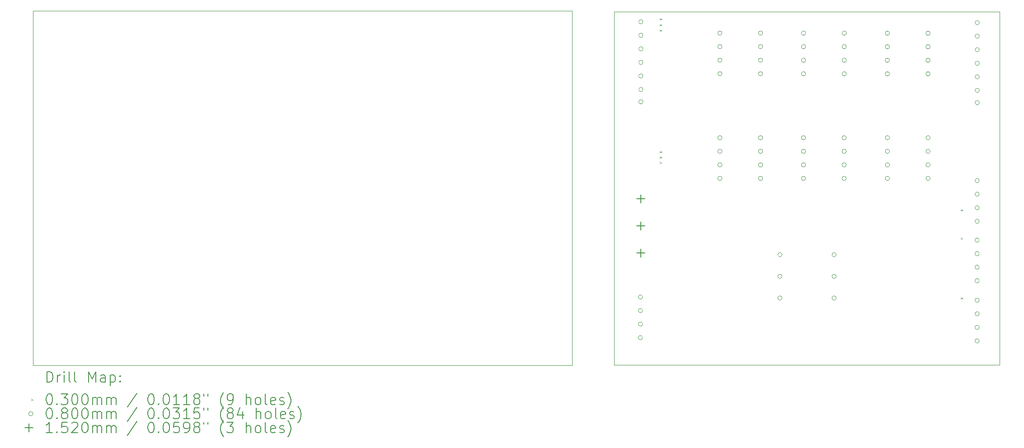
<source format=gbr>
%TF.GenerationSoftware,KiCad,Pcbnew,8.0.6*%
%TF.CreationDate,2025-05-23T10:26:57+02:00*%
%TF.ProjectId,AmplifOptoacopladorEnclosure,416d706c-6966-44f7-9074-6f61636f706c,rev?*%
%TF.SameCoordinates,Original*%
%TF.FileFunction,Drillmap*%
%TF.FilePolarity,Positive*%
%FSLAX45Y45*%
G04 Gerber Fmt 4.5, Leading zero omitted, Abs format (unit mm)*
G04 Created by KiCad (PCBNEW 8.0.6) date 2025-05-23 10:26:57*
%MOMM*%
%LPD*%
G01*
G04 APERTURE LIST*
%ADD10C,0.050000*%
%ADD11C,0.200000*%
%ADD12C,0.100000*%
%ADD13C,0.152000*%
G04 APERTURE END LIST*
D10*
X15650000Y-4230000D02*
X22870000Y-4230000D01*
X22870000Y-10850000D01*
X15650000Y-10850000D01*
X15650000Y-4230000D01*
X4760000Y-4210000D02*
X14860000Y-4210000D01*
X14860000Y-10860000D01*
X4760000Y-10860000D01*
X4760000Y-4210000D01*
D11*
D12*
X16503500Y-4354000D02*
X16533500Y-4384000D01*
X16533500Y-4354000D02*
X16503500Y-4384000D01*
X16503500Y-4464000D02*
X16533500Y-4494000D01*
X16533500Y-4464000D02*
X16503500Y-4494000D01*
X16503500Y-4564000D02*
X16533500Y-4594000D01*
X16533500Y-4564000D02*
X16503500Y-4594000D01*
X16503500Y-6844000D02*
X16533500Y-6874000D01*
X16533500Y-6844000D02*
X16503500Y-6874000D01*
X16503500Y-6944000D02*
X16533500Y-6974000D01*
X16533500Y-6944000D02*
X16503500Y-6974000D01*
X16503500Y-7044000D02*
X16533500Y-7074000D01*
X16533500Y-7044000D02*
X16503500Y-7074000D01*
X22145000Y-7935000D02*
X22175000Y-7965000D01*
X22175000Y-7935000D02*
X22145000Y-7965000D01*
X22145000Y-8465000D02*
X22175000Y-8495000D01*
X22175000Y-8465000D02*
X22145000Y-8495000D01*
X22145000Y-9585000D02*
X22175000Y-9615000D01*
X22175000Y-9585000D02*
X22145000Y-9615000D01*
X16180000Y-9578000D02*
G75*
G02*
X16100000Y-9578000I-40000J0D01*
G01*
X16100000Y-9578000D02*
G75*
G02*
X16180000Y-9578000I40000J0D01*
G01*
X16180000Y-9832000D02*
G75*
G02*
X16100000Y-9832000I-40000J0D01*
G01*
X16100000Y-9832000D02*
G75*
G02*
X16180000Y-9832000I40000J0D01*
G01*
X16180000Y-10086000D02*
G75*
G02*
X16100000Y-10086000I-40000J0D01*
G01*
X16100000Y-10086000D02*
G75*
G02*
X16180000Y-10086000I40000J0D01*
G01*
X16180000Y-10340000D02*
G75*
G02*
X16100000Y-10340000I-40000J0D01*
G01*
X16100000Y-10340000D02*
G75*
G02*
X16180000Y-10340000I40000J0D01*
G01*
X16188500Y-4417675D02*
G75*
G02*
X16108500Y-4417675I-40000J0D01*
G01*
X16108500Y-4417675D02*
G75*
G02*
X16188500Y-4417675I40000J0D01*
G01*
X16188500Y-4671675D02*
G75*
G02*
X16108500Y-4671675I-40000J0D01*
G01*
X16108500Y-4671675D02*
G75*
G02*
X16188500Y-4671675I40000J0D01*
G01*
X16188500Y-4925675D02*
G75*
G02*
X16108500Y-4925675I-40000J0D01*
G01*
X16108500Y-4925675D02*
G75*
G02*
X16188500Y-4925675I40000J0D01*
G01*
X16188500Y-5179675D02*
G75*
G02*
X16108500Y-5179675I-40000J0D01*
G01*
X16108500Y-5179675D02*
G75*
G02*
X16188500Y-5179675I40000J0D01*
G01*
X16188500Y-5433675D02*
G75*
G02*
X16108500Y-5433675I-40000J0D01*
G01*
X16108500Y-5433675D02*
G75*
G02*
X16188500Y-5433675I40000J0D01*
G01*
X16188500Y-5687675D02*
G75*
G02*
X16108500Y-5687675I-40000J0D01*
G01*
X16108500Y-5687675D02*
G75*
G02*
X16188500Y-5687675I40000J0D01*
G01*
X16188500Y-5917675D02*
G75*
G02*
X16108500Y-5917675I-40000J0D01*
G01*
X16108500Y-5917675D02*
G75*
G02*
X16188500Y-5917675I40000J0D01*
G01*
X17668500Y-4631000D02*
G75*
G02*
X17588500Y-4631000I-40000J0D01*
G01*
X17588500Y-4631000D02*
G75*
G02*
X17668500Y-4631000I40000J0D01*
G01*
X17668500Y-4885000D02*
G75*
G02*
X17588500Y-4885000I-40000J0D01*
G01*
X17588500Y-4885000D02*
G75*
G02*
X17668500Y-4885000I40000J0D01*
G01*
X17668500Y-5139000D02*
G75*
G02*
X17588500Y-5139000I-40000J0D01*
G01*
X17588500Y-5139000D02*
G75*
G02*
X17668500Y-5139000I40000J0D01*
G01*
X17668500Y-5393000D02*
G75*
G02*
X17588500Y-5393000I-40000J0D01*
G01*
X17588500Y-5393000D02*
G75*
G02*
X17668500Y-5393000I40000J0D01*
G01*
X17668500Y-6591500D02*
G75*
G02*
X17588500Y-6591500I-40000J0D01*
G01*
X17588500Y-6591500D02*
G75*
G02*
X17668500Y-6591500I40000J0D01*
G01*
X17668500Y-6845500D02*
G75*
G02*
X17588500Y-6845500I-40000J0D01*
G01*
X17588500Y-6845500D02*
G75*
G02*
X17668500Y-6845500I40000J0D01*
G01*
X17668500Y-7099500D02*
G75*
G02*
X17588500Y-7099500I-40000J0D01*
G01*
X17588500Y-7099500D02*
G75*
G02*
X17668500Y-7099500I40000J0D01*
G01*
X17668500Y-7353500D02*
G75*
G02*
X17588500Y-7353500I-40000J0D01*
G01*
X17588500Y-7353500D02*
G75*
G02*
X17668500Y-7353500I40000J0D01*
G01*
X18430500Y-4631000D02*
G75*
G02*
X18350500Y-4631000I-40000J0D01*
G01*
X18350500Y-4631000D02*
G75*
G02*
X18430500Y-4631000I40000J0D01*
G01*
X18430500Y-4885000D02*
G75*
G02*
X18350500Y-4885000I-40000J0D01*
G01*
X18350500Y-4885000D02*
G75*
G02*
X18430500Y-4885000I40000J0D01*
G01*
X18430500Y-5139000D02*
G75*
G02*
X18350500Y-5139000I-40000J0D01*
G01*
X18350500Y-5139000D02*
G75*
G02*
X18430500Y-5139000I40000J0D01*
G01*
X18430500Y-5393000D02*
G75*
G02*
X18350500Y-5393000I-40000J0D01*
G01*
X18350500Y-5393000D02*
G75*
G02*
X18430500Y-5393000I40000J0D01*
G01*
X18430500Y-6591500D02*
G75*
G02*
X18350500Y-6591500I-40000J0D01*
G01*
X18350500Y-6591500D02*
G75*
G02*
X18430500Y-6591500I40000J0D01*
G01*
X18430500Y-6845500D02*
G75*
G02*
X18350500Y-6845500I-40000J0D01*
G01*
X18350500Y-6845500D02*
G75*
G02*
X18430500Y-6845500I40000J0D01*
G01*
X18430500Y-7099500D02*
G75*
G02*
X18350500Y-7099500I-40000J0D01*
G01*
X18350500Y-7099500D02*
G75*
G02*
X18430500Y-7099500I40000J0D01*
G01*
X18430500Y-7353500D02*
G75*
G02*
X18350500Y-7353500I-40000J0D01*
G01*
X18350500Y-7353500D02*
G75*
G02*
X18430500Y-7353500I40000J0D01*
G01*
X18792000Y-8785000D02*
G75*
G02*
X18712000Y-8785000I-40000J0D01*
G01*
X18712000Y-8785000D02*
G75*
G02*
X18792000Y-8785000I40000J0D01*
G01*
X18792000Y-9190000D02*
G75*
G02*
X18712000Y-9190000I-40000J0D01*
G01*
X18712000Y-9190000D02*
G75*
G02*
X18792000Y-9190000I40000J0D01*
G01*
X18792000Y-9595000D02*
G75*
G02*
X18712000Y-9595000I-40000J0D01*
G01*
X18712000Y-9595000D02*
G75*
G02*
X18792000Y-9595000I40000J0D01*
G01*
X19236500Y-4631000D02*
G75*
G02*
X19156500Y-4631000I-40000J0D01*
G01*
X19156500Y-4631000D02*
G75*
G02*
X19236500Y-4631000I40000J0D01*
G01*
X19236500Y-4885000D02*
G75*
G02*
X19156500Y-4885000I-40000J0D01*
G01*
X19156500Y-4885000D02*
G75*
G02*
X19236500Y-4885000I40000J0D01*
G01*
X19236500Y-5139000D02*
G75*
G02*
X19156500Y-5139000I-40000J0D01*
G01*
X19156500Y-5139000D02*
G75*
G02*
X19236500Y-5139000I40000J0D01*
G01*
X19236500Y-5393000D02*
G75*
G02*
X19156500Y-5393000I-40000J0D01*
G01*
X19156500Y-5393000D02*
G75*
G02*
X19236500Y-5393000I40000J0D01*
G01*
X19236500Y-6591500D02*
G75*
G02*
X19156500Y-6591500I-40000J0D01*
G01*
X19156500Y-6591500D02*
G75*
G02*
X19236500Y-6591500I40000J0D01*
G01*
X19236500Y-6845500D02*
G75*
G02*
X19156500Y-6845500I-40000J0D01*
G01*
X19156500Y-6845500D02*
G75*
G02*
X19236500Y-6845500I40000J0D01*
G01*
X19236500Y-7099500D02*
G75*
G02*
X19156500Y-7099500I-40000J0D01*
G01*
X19156500Y-7099500D02*
G75*
G02*
X19236500Y-7099500I40000J0D01*
G01*
X19236500Y-7353500D02*
G75*
G02*
X19156500Y-7353500I-40000J0D01*
G01*
X19156500Y-7353500D02*
G75*
G02*
X19236500Y-7353500I40000J0D01*
G01*
X19808000Y-8785000D02*
G75*
G02*
X19728000Y-8785000I-40000J0D01*
G01*
X19728000Y-8785000D02*
G75*
G02*
X19808000Y-8785000I40000J0D01*
G01*
X19808000Y-9190000D02*
G75*
G02*
X19728000Y-9190000I-40000J0D01*
G01*
X19728000Y-9190000D02*
G75*
G02*
X19808000Y-9190000I40000J0D01*
G01*
X19808000Y-9595000D02*
G75*
G02*
X19728000Y-9595000I-40000J0D01*
G01*
X19728000Y-9595000D02*
G75*
G02*
X19808000Y-9595000I40000J0D01*
G01*
X19998500Y-4631000D02*
G75*
G02*
X19918500Y-4631000I-40000J0D01*
G01*
X19918500Y-4631000D02*
G75*
G02*
X19998500Y-4631000I40000J0D01*
G01*
X19998500Y-4885000D02*
G75*
G02*
X19918500Y-4885000I-40000J0D01*
G01*
X19918500Y-4885000D02*
G75*
G02*
X19998500Y-4885000I40000J0D01*
G01*
X19998500Y-5139000D02*
G75*
G02*
X19918500Y-5139000I-40000J0D01*
G01*
X19918500Y-5139000D02*
G75*
G02*
X19998500Y-5139000I40000J0D01*
G01*
X19998500Y-5393000D02*
G75*
G02*
X19918500Y-5393000I-40000J0D01*
G01*
X19918500Y-5393000D02*
G75*
G02*
X19998500Y-5393000I40000J0D01*
G01*
X19998500Y-6591500D02*
G75*
G02*
X19918500Y-6591500I-40000J0D01*
G01*
X19918500Y-6591500D02*
G75*
G02*
X19998500Y-6591500I40000J0D01*
G01*
X19998500Y-6845500D02*
G75*
G02*
X19918500Y-6845500I-40000J0D01*
G01*
X19918500Y-6845500D02*
G75*
G02*
X19998500Y-6845500I40000J0D01*
G01*
X19998500Y-7099500D02*
G75*
G02*
X19918500Y-7099500I-40000J0D01*
G01*
X19918500Y-7099500D02*
G75*
G02*
X19998500Y-7099500I40000J0D01*
G01*
X19998500Y-7353500D02*
G75*
G02*
X19918500Y-7353500I-40000J0D01*
G01*
X19918500Y-7353500D02*
G75*
G02*
X19998500Y-7353500I40000J0D01*
G01*
X20806500Y-4631000D02*
G75*
G02*
X20726500Y-4631000I-40000J0D01*
G01*
X20726500Y-4631000D02*
G75*
G02*
X20806500Y-4631000I40000J0D01*
G01*
X20806500Y-4885000D02*
G75*
G02*
X20726500Y-4885000I-40000J0D01*
G01*
X20726500Y-4885000D02*
G75*
G02*
X20806500Y-4885000I40000J0D01*
G01*
X20806500Y-5139000D02*
G75*
G02*
X20726500Y-5139000I-40000J0D01*
G01*
X20726500Y-5139000D02*
G75*
G02*
X20806500Y-5139000I40000J0D01*
G01*
X20806500Y-5393000D02*
G75*
G02*
X20726500Y-5393000I-40000J0D01*
G01*
X20726500Y-5393000D02*
G75*
G02*
X20806500Y-5393000I40000J0D01*
G01*
X20806500Y-6591500D02*
G75*
G02*
X20726500Y-6591500I-40000J0D01*
G01*
X20726500Y-6591500D02*
G75*
G02*
X20806500Y-6591500I40000J0D01*
G01*
X20806500Y-6845500D02*
G75*
G02*
X20726500Y-6845500I-40000J0D01*
G01*
X20726500Y-6845500D02*
G75*
G02*
X20806500Y-6845500I40000J0D01*
G01*
X20806500Y-7099500D02*
G75*
G02*
X20726500Y-7099500I-40000J0D01*
G01*
X20726500Y-7099500D02*
G75*
G02*
X20806500Y-7099500I40000J0D01*
G01*
X20806500Y-7353500D02*
G75*
G02*
X20726500Y-7353500I-40000J0D01*
G01*
X20726500Y-7353500D02*
G75*
G02*
X20806500Y-7353500I40000J0D01*
G01*
X21568500Y-4631000D02*
G75*
G02*
X21488500Y-4631000I-40000J0D01*
G01*
X21488500Y-4631000D02*
G75*
G02*
X21568500Y-4631000I40000J0D01*
G01*
X21568500Y-4885000D02*
G75*
G02*
X21488500Y-4885000I-40000J0D01*
G01*
X21488500Y-4885000D02*
G75*
G02*
X21568500Y-4885000I40000J0D01*
G01*
X21568500Y-5139000D02*
G75*
G02*
X21488500Y-5139000I-40000J0D01*
G01*
X21488500Y-5139000D02*
G75*
G02*
X21568500Y-5139000I40000J0D01*
G01*
X21568500Y-5393000D02*
G75*
G02*
X21488500Y-5393000I-40000J0D01*
G01*
X21488500Y-5393000D02*
G75*
G02*
X21568500Y-5393000I40000J0D01*
G01*
X21568500Y-6591500D02*
G75*
G02*
X21488500Y-6591500I-40000J0D01*
G01*
X21488500Y-6591500D02*
G75*
G02*
X21568500Y-6591500I40000J0D01*
G01*
X21568500Y-6845500D02*
G75*
G02*
X21488500Y-6845500I-40000J0D01*
G01*
X21488500Y-6845500D02*
G75*
G02*
X21568500Y-6845500I40000J0D01*
G01*
X21568500Y-7099500D02*
G75*
G02*
X21488500Y-7099500I-40000J0D01*
G01*
X21488500Y-7099500D02*
G75*
G02*
X21568500Y-7099500I40000J0D01*
G01*
X21568500Y-7353500D02*
G75*
G02*
X21488500Y-7353500I-40000J0D01*
G01*
X21488500Y-7353500D02*
G75*
G02*
X21568500Y-7353500I40000J0D01*
G01*
X22488500Y-7396000D02*
G75*
G02*
X22408500Y-7396000I-40000J0D01*
G01*
X22408500Y-7396000D02*
G75*
G02*
X22488500Y-7396000I40000J0D01*
G01*
X22488500Y-7650000D02*
G75*
G02*
X22408500Y-7650000I-40000J0D01*
G01*
X22408500Y-7650000D02*
G75*
G02*
X22488500Y-7650000I40000J0D01*
G01*
X22488500Y-7904000D02*
G75*
G02*
X22408500Y-7904000I-40000J0D01*
G01*
X22408500Y-7904000D02*
G75*
G02*
X22488500Y-7904000I40000J0D01*
G01*
X22488500Y-8158000D02*
G75*
G02*
X22408500Y-8158000I-40000J0D01*
G01*
X22408500Y-8158000D02*
G75*
G02*
X22488500Y-8158000I40000J0D01*
G01*
X22488500Y-8510000D02*
G75*
G02*
X22408500Y-8510000I-40000J0D01*
G01*
X22408500Y-8510000D02*
G75*
G02*
X22488500Y-8510000I40000J0D01*
G01*
X22488500Y-8764000D02*
G75*
G02*
X22408500Y-8764000I-40000J0D01*
G01*
X22408500Y-8764000D02*
G75*
G02*
X22488500Y-8764000I40000J0D01*
G01*
X22488500Y-9018000D02*
G75*
G02*
X22408500Y-9018000I-40000J0D01*
G01*
X22408500Y-9018000D02*
G75*
G02*
X22488500Y-9018000I40000J0D01*
G01*
X22488500Y-9272000D02*
G75*
G02*
X22408500Y-9272000I-40000J0D01*
G01*
X22408500Y-9272000D02*
G75*
G02*
X22488500Y-9272000I40000J0D01*
G01*
X22488500Y-9638000D02*
G75*
G02*
X22408500Y-9638000I-40000J0D01*
G01*
X22408500Y-9638000D02*
G75*
G02*
X22488500Y-9638000I40000J0D01*
G01*
X22488500Y-9892000D02*
G75*
G02*
X22408500Y-9892000I-40000J0D01*
G01*
X22408500Y-9892000D02*
G75*
G02*
X22488500Y-9892000I40000J0D01*
G01*
X22488500Y-10146000D02*
G75*
G02*
X22408500Y-10146000I-40000J0D01*
G01*
X22408500Y-10146000D02*
G75*
G02*
X22488500Y-10146000I40000J0D01*
G01*
X22488500Y-10400000D02*
G75*
G02*
X22408500Y-10400000I-40000J0D01*
G01*
X22408500Y-10400000D02*
G75*
G02*
X22488500Y-10400000I40000J0D01*
G01*
X22490000Y-4434000D02*
G75*
G02*
X22410000Y-4434000I-40000J0D01*
G01*
X22410000Y-4434000D02*
G75*
G02*
X22490000Y-4434000I40000J0D01*
G01*
X22490000Y-4688000D02*
G75*
G02*
X22410000Y-4688000I-40000J0D01*
G01*
X22410000Y-4688000D02*
G75*
G02*
X22490000Y-4688000I40000J0D01*
G01*
X22490000Y-4942000D02*
G75*
G02*
X22410000Y-4942000I-40000J0D01*
G01*
X22410000Y-4942000D02*
G75*
G02*
X22490000Y-4942000I40000J0D01*
G01*
X22490000Y-5196000D02*
G75*
G02*
X22410000Y-5196000I-40000J0D01*
G01*
X22410000Y-5196000D02*
G75*
G02*
X22490000Y-5196000I40000J0D01*
G01*
X22490000Y-5450000D02*
G75*
G02*
X22410000Y-5450000I-40000J0D01*
G01*
X22410000Y-5450000D02*
G75*
G02*
X22490000Y-5450000I40000J0D01*
G01*
X22490000Y-5704000D02*
G75*
G02*
X22410000Y-5704000I-40000J0D01*
G01*
X22410000Y-5704000D02*
G75*
G02*
X22490000Y-5704000I40000J0D01*
G01*
X22490000Y-5934000D02*
G75*
G02*
X22410000Y-5934000I-40000J0D01*
G01*
X22410000Y-5934000D02*
G75*
G02*
X22490000Y-5934000I40000J0D01*
G01*
D13*
X16147500Y-7656000D02*
X16147500Y-7808000D01*
X16071500Y-7732000D02*
X16223500Y-7732000D01*
X16147500Y-8164000D02*
X16147500Y-8316000D01*
X16071500Y-8240000D02*
X16223500Y-8240000D01*
X16147500Y-8672000D02*
X16147500Y-8824000D01*
X16071500Y-8748000D02*
X16223500Y-8748000D01*
D11*
X5018277Y-11173984D02*
X5018277Y-10973984D01*
X5018277Y-10973984D02*
X5065896Y-10973984D01*
X5065896Y-10973984D02*
X5094467Y-10983508D01*
X5094467Y-10983508D02*
X5113515Y-11002555D01*
X5113515Y-11002555D02*
X5123039Y-11021603D01*
X5123039Y-11021603D02*
X5132563Y-11059698D01*
X5132563Y-11059698D02*
X5132563Y-11088270D01*
X5132563Y-11088270D02*
X5123039Y-11126365D01*
X5123039Y-11126365D02*
X5113515Y-11145412D01*
X5113515Y-11145412D02*
X5094467Y-11164460D01*
X5094467Y-11164460D02*
X5065896Y-11173984D01*
X5065896Y-11173984D02*
X5018277Y-11173984D01*
X5218277Y-11173984D02*
X5218277Y-11040650D01*
X5218277Y-11078746D02*
X5227801Y-11059698D01*
X5227801Y-11059698D02*
X5237324Y-11050174D01*
X5237324Y-11050174D02*
X5256372Y-11040650D01*
X5256372Y-11040650D02*
X5275420Y-11040650D01*
X5342086Y-11173984D02*
X5342086Y-11040650D01*
X5342086Y-10973984D02*
X5332563Y-10983508D01*
X5332563Y-10983508D02*
X5342086Y-10993031D01*
X5342086Y-10993031D02*
X5351610Y-10983508D01*
X5351610Y-10983508D02*
X5342086Y-10973984D01*
X5342086Y-10973984D02*
X5342086Y-10993031D01*
X5465896Y-11173984D02*
X5446848Y-11164460D01*
X5446848Y-11164460D02*
X5437324Y-11145412D01*
X5437324Y-11145412D02*
X5437324Y-10973984D01*
X5570658Y-11173984D02*
X5551610Y-11164460D01*
X5551610Y-11164460D02*
X5542086Y-11145412D01*
X5542086Y-11145412D02*
X5542086Y-10973984D01*
X5799229Y-11173984D02*
X5799229Y-10973984D01*
X5799229Y-10973984D02*
X5865896Y-11116841D01*
X5865896Y-11116841D02*
X5932562Y-10973984D01*
X5932562Y-10973984D02*
X5932562Y-11173984D01*
X6113515Y-11173984D02*
X6113515Y-11069222D01*
X6113515Y-11069222D02*
X6103991Y-11050174D01*
X6103991Y-11050174D02*
X6084943Y-11040650D01*
X6084943Y-11040650D02*
X6046848Y-11040650D01*
X6046848Y-11040650D02*
X6027801Y-11050174D01*
X6113515Y-11164460D02*
X6094467Y-11173984D01*
X6094467Y-11173984D02*
X6046848Y-11173984D01*
X6046848Y-11173984D02*
X6027801Y-11164460D01*
X6027801Y-11164460D02*
X6018277Y-11145412D01*
X6018277Y-11145412D02*
X6018277Y-11126365D01*
X6018277Y-11126365D02*
X6027801Y-11107317D01*
X6027801Y-11107317D02*
X6046848Y-11097793D01*
X6046848Y-11097793D02*
X6094467Y-11097793D01*
X6094467Y-11097793D02*
X6113515Y-11088270D01*
X6208753Y-11040650D02*
X6208753Y-11240650D01*
X6208753Y-11050174D02*
X6227801Y-11040650D01*
X6227801Y-11040650D02*
X6265896Y-11040650D01*
X6265896Y-11040650D02*
X6284943Y-11050174D01*
X6284943Y-11050174D02*
X6294467Y-11059698D01*
X6294467Y-11059698D02*
X6303991Y-11078746D01*
X6303991Y-11078746D02*
X6303991Y-11135889D01*
X6303991Y-11135889D02*
X6294467Y-11154936D01*
X6294467Y-11154936D02*
X6284943Y-11164460D01*
X6284943Y-11164460D02*
X6265896Y-11173984D01*
X6265896Y-11173984D02*
X6227801Y-11173984D01*
X6227801Y-11173984D02*
X6208753Y-11164460D01*
X6389705Y-11154936D02*
X6399229Y-11164460D01*
X6399229Y-11164460D02*
X6389705Y-11173984D01*
X6389705Y-11173984D02*
X6380182Y-11164460D01*
X6380182Y-11164460D02*
X6389705Y-11154936D01*
X6389705Y-11154936D02*
X6389705Y-11173984D01*
X6389705Y-11050174D02*
X6399229Y-11059698D01*
X6399229Y-11059698D02*
X6389705Y-11069222D01*
X6389705Y-11069222D02*
X6380182Y-11059698D01*
X6380182Y-11059698D02*
X6389705Y-11050174D01*
X6389705Y-11050174D02*
X6389705Y-11069222D01*
D12*
X4727500Y-11487500D02*
X4757500Y-11517500D01*
X4757500Y-11487500D02*
X4727500Y-11517500D01*
D11*
X5056372Y-11393984D02*
X5075420Y-11393984D01*
X5075420Y-11393984D02*
X5094467Y-11403508D01*
X5094467Y-11403508D02*
X5103991Y-11413031D01*
X5103991Y-11413031D02*
X5113515Y-11432079D01*
X5113515Y-11432079D02*
X5123039Y-11470174D01*
X5123039Y-11470174D02*
X5123039Y-11517793D01*
X5123039Y-11517793D02*
X5113515Y-11555888D01*
X5113515Y-11555888D02*
X5103991Y-11574936D01*
X5103991Y-11574936D02*
X5094467Y-11584460D01*
X5094467Y-11584460D02*
X5075420Y-11593984D01*
X5075420Y-11593984D02*
X5056372Y-11593984D01*
X5056372Y-11593984D02*
X5037324Y-11584460D01*
X5037324Y-11584460D02*
X5027801Y-11574936D01*
X5027801Y-11574936D02*
X5018277Y-11555888D01*
X5018277Y-11555888D02*
X5008753Y-11517793D01*
X5008753Y-11517793D02*
X5008753Y-11470174D01*
X5008753Y-11470174D02*
X5018277Y-11432079D01*
X5018277Y-11432079D02*
X5027801Y-11413031D01*
X5027801Y-11413031D02*
X5037324Y-11403508D01*
X5037324Y-11403508D02*
X5056372Y-11393984D01*
X5208753Y-11574936D02*
X5218277Y-11584460D01*
X5218277Y-11584460D02*
X5208753Y-11593984D01*
X5208753Y-11593984D02*
X5199229Y-11584460D01*
X5199229Y-11584460D02*
X5208753Y-11574936D01*
X5208753Y-11574936D02*
X5208753Y-11593984D01*
X5284944Y-11393984D02*
X5408753Y-11393984D01*
X5408753Y-11393984D02*
X5342086Y-11470174D01*
X5342086Y-11470174D02*
X5370658Y-11470174D01*
X5370658Y-11470174D02*
X5389705Y-11479698D01*
X5389705Y-11479698D02*
X5399229Y-11489222D01*
X5399229Y-11489222D02*
X5408753Y-11508269D01*
X5408753Y-11508269D02*
X5408753Y-11555888D01*
X5408753Y-11555888D02*
X5399229Y-11574936D01*
X5399229Y-11574936D02*
X5389705Y-11584460D01*
X5389705Y-11584460D02*
X5370658Y-11593984D01*
X5370658Y-11593984D02*
X5313515Y-11593984D01*
X5313515Y-11593984D02*
X5294467Y-11584460D01*
X5294467Y-11584460D02*
X5284944Y-11574936D01*
X5532563Y-11393984D02*
X5551610Y-11393984D01*
X5551610Y-11393984D02*
X5570658Y-11403508D01*
X5570658Y-11403508D02*
X5580182Y-11413031D01*
X5580182Y-11413031D02*
X5589705Y-11432079D01*
X5589705Y-11432079D02*
X5599229Y-11470174D01*
X5599229Y-11470174D02*
X5599229Y-11517793D01*
X5599229Y-11517793D02*
X5589705Y-11555888D01*
X5589705Y-11555888D02*
X5580182Y-11574936D01*
X5580182Y-11574936D02*
X5570658Y-11584460D01*
X5570658Y-11584460D02*
X5551610Y-11593984D01*
X5551610Y-11593984D02*
X5532563Y-11593984D01*
X5532563Y-11593984D02*
X5513515Y-11584460D01*
X5513515Y-11584460D02*
X5503991Y-11574936D01*
X5503991Y-11574936D02*
X5494467Y-11555888D01*
X5494467Y-11555888D02*
X5484944Y-11517793D01*
X5484944Y-11517793D02*
X5484944Y-11470174D01*
X5484944Y-11470174D02*
X5494467Y-11432079D01*
X5494467Y-11432079D02*
X5503991Y-11413031D01*
X5503991Y-11413031D02*
X5513515Y-11403508D01*
X5513515Y-11403508D02*
X5532563Y-11393984D01*
X5723039Y-11393984D02*
X5742086Y-11393984D01*
X5742086Y-11393984D02*
X5761134Y-11403508D01*
X5761134Y-11403508D02*
X5770658Y-11413031D01*
X5770658Y-11413031D02*
X5780182Y-11432079D01*
X5780182Y-11432079D02*
X5789705Y-11470174D01*
X5789705Y-11470174D02*
X5789705Y-11517793D01*
X5789705Y-11517793D02*
X5780182Y-11555888D01*
X5780182Y-11555888D02*
X5770658Y-11574936D01*
X5770658Y-11574936D02*
X5761134Y-11584460D01*
X5761134Y-11584460D02*
X5742086Y-11593984D01*
X5742086Y-11593984D02*
X5723039Y-11593984D01*
X5723039Y-11593984D02*
X5703991Y-11584460D01*
X5703991Y-11584460D02*
X5694467Y-11574936D01*
X5694467Y-11574936D02*
X5684943Y-11555888D01*
X5684943Y-11555888D02*
X5675420Y-11517793D01*
X5675420Y-11517793D02*
X5675420Y-11470174D01*
X5675420Y-11470174D02*
X5684943Y-11432079D01*
X5684943Y-11432079D02*
X5694467Y-11413031D01*
X5694467Y-11413031D02*
X5703991Y-11403508D01*
X5703991Y-11403508D02*
X5723039Y-11393984D01*
X5875420Y-11593984D02*
X5875420Y-11460650D01*
X5875420Y-11479698D02*
X5884943Y-11470174D01*
X5884943Y-11470174D02*
X5903991Y-11460650D01*
X5903991Y-11460650D02*
X5932563Y-11460650D01*
X5932563Y-11460650D02*
X5951610Y-11470174D01*
X5951610Y-11470174D02*
X5961134Y-11489222D01*
X5961134Y-11489222D02*
X5961134Y-11593984D01*
X5961134Y-11489222D02*
X5970658Y-11470174D01*
X5970658Y-11470174D02*
X5989705Y-11460650D01*
X5989705Y-11460650D02*
X6018277Y-11460650D01*
X6018277Y-11460650D02*
X6037324Y-11470174D01*
X6037324Y-11470174D02*
X6046848Y-11489222D01*
X6046848Y-11489222D02*
X6046848Y-11593984D01*
X6142086Y-11593984D02*
X6142086Y-11460650D01*
X6142086Y-11479698D02*
X6151610Y-11470174D01*
X6151610Y-11470174D02*
X6170658Y-11460650D01*
X6170658Y-11460650D02*
X6199229Y-11460650D01*
X6199229Y-11460650D02*
X6218277Y-11470174D01*
X6218277Y-11470174D02*
X6227801Y-11489222D01*
X6227801Y-11489222D02*
X6227801Y-11593984D01*
X6227801Y-11489222D02*
X6237324Y-11470174D01*
X6237324Y-11470174D02*
X6256372Y-11460650D01*
X6256372Y-11460650D02*
X6284943Y-11460650D01*
X6284943Y-11460650D02*
X6303991Y-11470174D01*
X6303991Y-11470174D02*
X6313515Y-11489222D01*
X6313515Y-11489222D02*
X6313515Y-11593984D01*
X6703991Y-11384460D02*
X6532563Y-11641603D01*
X6961134Y-11393984D02*
X6980182Y-11393984D01*
X6980182Y-11393984D02*
X6999229Y-11403508D01*
X6999229Y-11403508D02*
X7008753Y-11413031D01*
X7008753Y-11413031D02*
X7018277Y-11432079D01*
X7018277Y-11432079D02*
X7027801Y-11470174D01*
X7027801Y-11470174D02*
X7027801Y-11517793D01*
X7027801Y-11517793D02*
X7018277Y-11555888D01*
X7018277Y-11555888D02*
X7008753Y-11574936D01*
X7008753Y-11574936D02*
X6999229Y-11584460D01*
X6999229Y-11584460D02*
X6980182Y-11593984D01*
X6980182Y-11593984D02*
X6961134Y-11593984D01*
X6961134Y-11593984D02*
X6942086Y-11584460D01*
X6942086Y-11584460D02*
X6932563Y-11574936D01*
X6932563Y-11574936D02*
X6923039Y-11555888D01*
X6923039Y-11555888D02*
X6913515Y-11517793D01*
X6913515Y-11517793D02*
X6913515Y-11470174D01*
X6913515Y-11470174D02*
X6923039Y-11432079D01*
X6923039Y-11432079D02*
X6932563Y-11413031D01*
X6932563Y-11413031D02*
X6942086Y-11403508D01*
X6942086Y-11403508D02*
X6961134Y-11393984D01*
X7113515Y-11574936D02*
X7123039Y-11584460D01*
X7123039Y-11584460D02*
X7113515Y-11593984D01*
X7113515Y-11593984D02*
X7103991Y-11584460D01*
X7103991Y-11584460D02*
X7113515Y-11574936D01*
X7113515Y-11574936D02*
X7113515Y-11593984D01*
X7246848Y-11393984D02*
X7265896Y-11393984D01*
X7265896Y-11393984D02*
X7284944Y-11403508D01*
X7284944Y-11403508D02*
X7294467Y-11413031D01*
X7294467Y-11413031D02*
X7303991Y-11432079D01*
X7303991Y-11432079D02*
X7313515Y-11470174D01*
X7313515Y-11470174D02*
X7313515Y-11517793D01*
X7313515Y-11517793D02*
X7303991Y-11555888D01*
X7303991Y-11555888D02*
X7294467Y-11574936D01*
X7294467Y-11574936D02*
X7284944Y-11584460D01*
X7284944Y-11584460D02*
X7265896Y-11593984D01*
X7265896Y-11593984D02*
X7246848Y-11593984D01*
X7246848Y-11593984D02*
X7227801Y-11584460D01*
X7227801Y-11584460D02*
X7218277Y-11574936D01*
X7218277Y-11574936D02*
X7208753Y-11555888D01*
X7208753Y-11555888D02*
X7199229Y-11517793D01*
X7199229Y-11517793D02*
X7199229Y-11470174D01*
X7199229Y-11470174D02*
X7208753Y-11432079D01*
X7208753Y-11432079D02*
X7218277Y-11413031D01*
X7218277Y-11413031D02*
X7227801Y-11403508D01*
X7227801Y-11403508D02*
X7246848Y-11393984D01*
X7503991Y-11593984D02*
X7389706Y-11593984D01*
X7446848Y-11593984D02*
X7446848Y-11393984D01*
X7446848Y-11393984D02*
X7427801Y-11422555D01*
X7427801Y-11422555D02*
X7408753Y-11441603D01*
X7408753Y-11441603D02*
X7389706Y-11451127D01*
X7694467Y-11593984D02*
X7580182Y-11593984D01*
X7637325Y-11593984D02*
X7637325Y-11393984D01*
X7637325Y-11393984D02*
X7618277Y-11422555D01*
X7618277Y-11422555D02*
X7599229Y-11441603D01*
X7599229Y-11441603D02*
X7580182Y-11451127D01*
X7808753Y-11479698D02*
X7789706Y-11470174D01*
X7789706Y-11470174D02*
X7780182Y-11460650D01*
X7780182Y-11460650D02*
X7770658Y-11441603D01*
X7770658Y-11441603D02*
X7770658Y-11432079D01*
X7770658Y-11432079D02*
X7780182Y-11413031D01*
X7780182Y-11413031D02*
X7789706Y-11403508D01*
X7789706Y-11403508D02*
X7808753Y-11393984D01*
X7808753Y-11393984D02*
X7846848Y-11393984D01*
X7846848Y-11393984D02*
X7865896Y-11403508D01*
X7865896Y-11403508D02*
X7875420Y-11413031D01*
X7875420Y-11413031D02*
X7884944Y-11432079D01*
X7884944Y-11432079D02*
X7884944Y-11441603D01*
X7884944Y-11441603D02*
X7875420Y-11460650D01*
X7875420Y-11460650D02*
X7865896Y-11470174D01*
X7865896Y-11470174D02*
X7846848Y-11479698D01*
X7846848Y-11479698D02*
X7808753Y-11479698D01*
X7808753Y-11479698D02*
X7789706Y-11489222D01*
X7789706Y-11489222D02*
X7780182Y-11498746D01*
X7780182Y-11498746D02*
X7770658Y-11517793D01*
X7770658Y-11517793D02*
X7770658Y-11555888D01*
X7770658Y-11555888D02*
X7780182Y-11574936D01*
X7780182Y-11574936D02*
X7789706Y-11584460D01*
X7789706Y-11584460D02*
X7808753Y-11593984D01*
X7808753Y-11593984D02*
X7846848Y-11593984D01*
X7846848Y-11593984D02*
X7865896Y-11584460D01*
X7865896Y-11584460D02*
X7875420Y-11574936D01*
X7875420Y-11574936D02*
X7884944Y-11555888D01*
X7884944Y-11555888D02*
X7884944Y-11517793D01*
X7884944Y-11517793D02*
X7875420Y-11498746D01*
X7875420Y-11498746D02*
X7865896Y-11489222D01*
X7865896Y-11489222D02*
X7846848Y-11479698D01*
X7961134Y-11393984D02*
X7961134Y-11432079D01*
X8037325Y-11393984D02*
X8037325Y-11432079D01*
X8332563Y-11670174D02*
X8323039Y-11660650D01*
X8323039Y-11660650D02*
X8303991Y-11632079D01*
X8303991Y-11632079D02*
X8294468Y-11613031D01*
X8294468Y-11613031D02*
X8284944Y-11584460D01*
X8284944Y-11584460D02*
X8275420Y-11536841D01*
X8275420Y-11536841D02*
X8275420Y-11498746D01*
X8275420Y-11498746D02*
X8284944Y-11451127D01*
X8284944Y-11451127D02*
X8294468Y-11422555D01*
X8294468Y-11422555D02*
X8303991Y-11403508D01*
X8303991Y-11403508D02*
X8323039Y-11374936D01*
X8323039Y-11374936D02*
X8332563Y-11365412D01*
X8418277Y-11593984D02*
X8456372Y-11593984D01*
X8456372Y-11593984D02*
X8475420Y-11584460D01*
X8475420Y-11584460D02*
X8484944Y-11574936D01*
X8484944Y-11574936D02*
X8503991Y-11546365D01*
X8503991Y-11546365D02*
X8513515Y-11508269D01*
X8513515Y-11508269D02*
X8513515Y-11432079D01*
X8513515Y-11432079D02*
X8503991Y-11413031D01*
X8503991Y-11413031D02*
X8494468Y-11403508D01*
X8494468Y-11403508D02*
X8475420Y-11393984D01*
X8475420Y-11393984D02*
X8437325Y-11393984D01*
X8437325Y-11393984D02*
X8418277Y-11403508D01*
X8418277Y-11403508D02*
X8408753Y-11413031D01*
X8408753Y-11413031D02*
X8399230Y-11432079D01*
X8399230Y-11432079D02*
X8399230Y-11479698D01*
X8399230Y-11479698D02*
X8408753Y-11498746D01*
X8408753Y-11498746D02*
X8418277Y-11508269D01*
X8418277Y-11508269D02*
X8437325Y-11517793D01*
X8437325Y-11517793D02*
X8475420Y-11517793D01*
X8475420Y-11517793D02*
X8494468Y-11508269D01*
X8494468Y-11508269D02*
X8503991Y-11498746D01*
X8503991Y-11498746D02*
X8513515Y-11479698D01*
X8751611Y-11593984D02*
X8751611Y-11393984D01*
X8837325Y-11593984D02*
X8837325Y-11489222D01*
X8837325Y-11489222D02*
X8827801Y-11470174D01*
X8827801Y-11470174D02*
X8808753Y-11460650D01*
X8808753Y-11460650D02*
X8780182Y-11460650D01*
X8780182Y-11460650D02*
X8761134Y-11470174D01*
X8761134Y-11470174D02*
X8751611Y-11479698D01*
X8961134Y-11593984D02*
X8942087Y-11584460D01*
X8942087Y-11584460D02*
X8932563Y-11574936D01*
X8932563Y-11574936D02*
X8923039Y-11555888D01*
X8923039Y-11555888D02*
X8923039Y-11498746D01*
X8923039Y-11498746D02*
X8932563Y-11479698D01*
X8932563Y-11479698D02*
X8942087Y-11470174D01*
X8942087Y-11470174D02*
X8961134Y-11460650D01*
X8961134Y-11460650D02*
X8989706Y-11460650D01*
X8989706Y-11460650D02*
X9008753Y-11470174D01*
X9008753Y-11470174D02*
X9018277Y-11479698D01*
X9018277Y-11479698D02*
X9027801Y-11498746D01*
X9027801Y-11498746D02*
X9027801Y-11555888D01*
X9027801Y-11555888D02*
X9018277Y-11574936D01*
X9018277Y-11574936D02*
X9008753Y-11584460D01*
X9008753Y-11584460D02*
X8989706Y-11593984D01*
X8989706Y-11593984D02*
X8961134Y-11593984D01*
X9142087Y-11593984D02*
X9123039Y-11584460D01*
X9123039Y-11584460D02*
X9113515Y-11565412D01*
X9113515Y-11565412D02*
X9113515Y-11393984D01*
X9294468Y-11584460D02*
X9275420Y-11593984D01*
X9275420Y-11593984D02*
X9237325Y-11593984D01*
X9237325Y-11593984D02*
X9218277Y-11584460D01*
X9218277Y-11584460D02*
X9208753Y-11565412D01*
X9208753Y-11565412D02*
X9208753Y-11489222D01*
X9208753Y-11489222D02*
X9218277Y-11470174D01*
X9218277Y-11470174D02*
X9237325Y-11460650D01*
X9237325Y-11460650D02*
X9275420Y-11460650D01*
X9275420Y-11460650D02*
X9294468Y-11470174D01*
X9294468Y-11470174D02*
X9303992Y-11489222D01*
X9303992Y-11489222D02*
X9303992Y-11508269D01*
X9303992Y-11508269D02*
X9208753Y-11527317D01*
X9380182Y-11584460D02*
X9399230Y-11593984D01*
X9399230Y-11593984D02*
X9437325Y-11593984D01*
X9437325Y-11593984D02*
X9456373Y-11584460D01*
X9456373Y-11584460D02*
X9465896Y-11565412D01*
X9465896Y-11565412D02*
X9465896Y-11555888D01*
X9465896Y-11555888D02*
X9456373Y-11536841D01*
X9456373Y-11536841D02*
X9437325Y-11527317D01*
X9437325Y-11527317D02*
X9408753Y-11527317D01*
X9408753Y-11527317D02*
X9389706Y-11517793D01*
X9389706Y-11517793D02*
X9380182Y-11498746D01*
X9380182Y-11498746D02*
X9380182Y-11489222D01*
X9380182Y-11489222D02*
X9389706Y-11470174D01*
X9389706Y-11470174D02*
X9408753Y-11460650D01*
X9408753Y-11460650D02*
X9437325Y-11460650D01*
X9437325Y-11460650D02*
X9456373Y-11470174D01*
X9532563Y-11670174D02*
X9542087Y-11660650D01*
X9542087Y-11660650D02*
X9561134Y-11632079D01*
X9561134Y-11632079D02*
X9570658Y-11613031D01*
X9570658Y-11613031D02*
X9580182Y-11584460D01*
X9580182Y-11584460D02*
X9589706Y-11536841D01*
X9589706Y-11536841D02*
X9589706Y-11498746D01*
X9589706Y-11498746D02*
X9580182Y-11451127D01*
X9580182Y-11451127D02*
X9570658Y-11422555D01*
X9570658Y-11422555D02*
X9561134Y-11403508D01*
X9561134Y-11403508D02*
X9542087Y-11374936D01*
X9542087Y-11374936D02*
X9532563Y-11365412D01*
D12*
X4757500Y-11766500D02*
G75*
G02*
X4677500Y-11766500I-40000J0D01*
G01*
X4677500Y-11766500D02*
G75*
G02*
X4757500Y-11766500I40000J0D01*
G01*
D11*
X5056372Y-11657984D02*
X5075420Y-11657984D01*
X5075420Y-11657984D02*
X5094467Y-11667508D01*
X5094467Y-11667508D02*
X5103991Y-11677031D01*
X5103991Y-11677031D02*
X5113515Y-11696079D01*
X5113515Y-11696079D02*
X5123039Y-11734174D01*
X5123039Y-11734174D02*
X5123039Y-11781793D01*
X5123039Y-11781793D02*
X5113515Y-11819888D01*
X5113515Y-11819888D02*
X5103991Y-11838936D01*
X5103991Y-11838936D02*
X5094467Y-11848460D01*
X5094467Y-11848460D02*
X5075420Y-11857984D01*
X5075420Y-11857984D02*
X5056372Y-11857984D01*
X5056372Y-11857984D02*
X5037324Y-11848460D01*
X5037324Y-11848460D02*
X5027801Y-11838936D01*
X5027801Y-11838936D02*
X5018277Y-11819888D01*
X5018277Y-11819888D02*
X5008753Y-11781793D01*
X5008753Y-11781793D02*
X5008753Y-11734174D01*
X5008753Y-11734174D02*
X5018277Y-11696079D01*
X5018277Y-11696079D02*
X5027801Y-11677031D01*
X5027801Y-11677031D02*
X5037324Y-11667508D01*
X5037324Y-11667508D02*
X5056372Y-11657984D01*
X5208753Y-11838936D02*
X5218277Y-11848460D01*
X5218277Y-11848460D02*
X5208753Y-11857984D01*
X5208753Y-11857984D02*
X5199229Y-11848460D01*
X5199229Y-11848460D02*
X5208753Y-11838936D01*
X5208753Y-11838936D02*
X5208753Y-11857984D01*
X5332563Y-11743698D02*
X5313515Y-11734174D01*
X5313515Y-11734174D02*
X5303991Y-11724650D01*
X5303991Y-11724650D02*
X5294467Y-11705603D01*
X5294467Y-11705603D02*
X5294467Y-11696079D01*
X5294467Y-11696079D02*
X5303991Y-11677031D01*
X5303991Y-11677031D02*
X5313515Y-11667508D01*
X5313515Y-11667508D02*
X5332563Y-11657984D01*
X5332563Y-11657984D02*
X5370658Y-11657984D01*
X5370658Y-11657984D02*
X5389705Y-11667508D01*
X5389705Y-11667508D02*
X5399229Y-11677031D01*
X5399229Y-11677031D02*
X5408753Y-11696079D01*
X5408753Y-11696079D02*
X5408753Y-11705603D01*
X5408753Y-11705603D02*
X5399229Y-11724650D01*
X5399229Y-11724650D02*
X5389705Y-11734174D01*
X5389705Y-11734174D02*
X5370658Y-11743698D01*
X5370658Y-11743698D02*
X5332563Y-11743698D01*
X5332563Y-11743698D02*
X5313515Y-11753222D01*
X5313515Y-11753222D02*
X5303991Y-11762746D01*
X5303991Y-11762746D02*
X5294467Y-11781793D01*
X5294467Y-11781793D02*
X5294467Y-11819888D01*
X5294467Y-11819888D02*
X5303991Y-11838936D01*
X5303991Y-11838936D02*
X5313515Y-11848460D01*
X5313515Y-11848460D02*
X5332563Y-11857984D01*
X5332563Y-11857984D02*
X5370658Y-11857984D01*
X5370658Y-11857984D02*
X5389705Y-11848460D01*
X5389705Y-11848460D02*
X5399229Y-11838936D01*
X5399229Y-11838936D02*
X5408753Y-11819888D01*
X5408753Y-11819888D02*
X5408753Y-11781793D01*
X5408753Y-11781793D02*
X5399229Y-11762746D01*
X5399229Y-11762746D02*
X5389705Y-11753222D01*
X5389705Y-11753222D02*
X5370658Y-11743698D01*
X5532563Y-11657984D02*
X5551610Y-11657984D01*
X5551610Y-11657984D02*
X5570658Y-11667508D01*
X5570658Y-11667508D02*
X5580182Y-11677031D01*
X5580182Y-11677031D02*
X5589705Y-11696079D01*
X5589705Y-11696079D02*
X5599229Y-11734174D01*
X5599229Y-11734174D02*
X5599229Y-11781793D01*
X5599229Y-11781793D02*
X5589705Y-11819888D01*
X5589705Y-11819888D02*
X5580182Y-11838936D01*
X5580182Y-11838936D02*
X5570658Y-11848460D01*
X5570658Y-11848460D02*
X5551610Y-11857984D01*
X5551610Y-11857984D02*
X5532563Y-11857984D01*
X5532563Y-11857984D02*
X5513515Y-11848460D01*
X5513515Y-11848460D02*
X5503991Y-11838936D01*
X5503991Y-11838936D02*
X5494467Y-11819888D01*
X5494467Y-11819888D02*
X5484944Y-11781793D01*
X5484944Y-11781793D02*
X5484944Y-11734174D01*
X5484944Y-11734174D02*
X5494467Y-11696079D01*
X5494467Y-11696079D02*
X5503991Y-11677031D01*
X5503991Y-11677031D02*
X5513515Y-11667508D01*
X5513515Y-11667508D02*
X5532563Y-11657984D01*
X5723039Y-11657984D02*
X5742086Y-11657984D01*
X5742086Y-11657984D02*
X5761134Y-11667508D01*
X5761134Y-11667508D02*
X5770658Y-11677031D01*
X5770658Y-11677031D02*
X5780182Y-11696079D01*
X5780182Y-11696079D02*
X5789705Y-11734174D01*
X5789705Y-11734174D02*
X5789705Y-11781793D01*
X5789705Y-11781793D02*
X5780182Y-11819888D01*
X5780182Y-11819888D02*
X5770658Y-11838936D01*
X5770658Y-11838936D02*
X5761134Y-11848460D01*
X5761134Y-11848460D02*
X5742086Y-11857984D01*
X5742086Y-11857984D02*
X5723039Y-11857984D01*
X5723039Y-11857984D02*
X5703991Y-11848460D01*
X5703991Y-11848460D02*
X5694467Y-11838936D01*
X5694467Y-11838936D02*
X5684943Y-11819888D01*
X5684943Y-11819888D02*
X5675420Y-11781793D01*
X5675420Y-11781793D02*
X5675420Y-11734174D01*
X5675420Y-11734174D02*
X5684943Y-11696079D01*
X5684943Y-11696079D02*
X5694467Y-11677031D01*
X5694467Y-11677031D02*
X5703991Y-11667508D01*
X5703991Y-11667508D02*
X5723039Y-11657984D01*
X5875420Y-11857984D02*
X5875420Y-11724650D01*
X5875420Y-11743698D02*
X5884943Y-11734174D01*
X5884943Y-11734174D02*
X5903991Y-11724650D01*
X5903991Y-11724650D02*
X5932563Y-11724650D01*
X5932563Y-11724650D02*
X5951610Y-11734174D01*
X5951610Y-11734174D02*
X5961134Y-11753222D01*
X5961134Y-11753222D02*
X5961134Y-11857984D01*
X5961134Y-11753222D02*
X5970658Y-11734174D01*
X5970658Y-11734174D02*
X5989705Y-11724650D01*
X5989705Y-11724650D02*
X6018277Y-11724650D01*
X6018277Y-11724650D02*
X6037324Y-11734174D01*
X6037324Y-11734174D02*
X6046848Y-11753222D01*
X6046848Y-11753222D02*
X6046848Y-11857984D01*
X6142086Y-11857984D02*
X6142086Y-11724650D01*
X6142086Y-11743698D02*
X6151610Y-11734174D01*
X6151610Y-11734174D02*
X6170658Y-11724650D01*
X6170658Y-11724650D02*
X6199229Y-11724650D01*
X6199229Y-11724650D02*
X6218277Y-11734174D01*
X6218277Y-11734174D02*
X6227801Y-11753222D01*
X6227801Y-11753222D02*
X6227801Y-11857984D01*
X6227801Y-11753222D02*
X6237324Y-11734174D01*
X6237324Y-11734174D02*
X6256372Y-11724650D01*
X6256372Y-11724650D02*
X6284943Y-11724650D01*
X6284943Y-11724650D02*
X6303991Y-11734174D01*
X6303991Y-11734174D02*
X6313515Y-11753222D01*
X6313515Y-11753222D02*
X6313515Y-11857984D01*
X6703991Y-11648460D02*
X6532563Y-11905603D01*
X6961134Y-11657984D02*
X6980182Y-11657984D01*
X6980182Y-11657984D02*
X6999229Y-11667508D01*
X6999229Y-11667508D02*
X7008753Y-11677031D01*
X7008753Y-11677031D02*
X7018277Y-11696079D01*
X7018277Y-11696079D02*
X7027801Y-11734174D01*
X7027801Y-11734174D02*
X7027801Y-11781793D01*
X7027801Y-11781793D02*
X7018277Y-11819888D01*
X7018277Y-11819888D02*
X7008753Y-11838936D01*
X7008753Y-11838936D02*
X6999229Y-11848460D01*
X6999229Y-11848460D02*
X6980182Y-11857984D01*
X6980182Y-11857984D02*
X6961134Y-11857984D01*
X6961134Y-11857984D02*
X6942086Y-11848460D01*
X6942086Y-11848460D02*
X6932563Y-11838936D01*
X6932563Y-11838936D02*
X6923039Y-11819888D01*
X6923039Y-11819888D02*
X6913515Y-11781793D01*
X6913515Y-11781793D02*
X6913515Y-11734174D01*
X6913515Y-11734174D02*
X6923039Y-11696079D01*
X6923039Y-11696079D02*
X6932563Y-11677031D01*
X6932563Y-11677031D02*
X6942086Y-11667508D01*
X6942086Y-11667508D02*
X6961134Y-11657984D01*
X7113515Y-11838936D02*
X7123039Y-11848460D01*
X7123039Y-11848460D02*
X7113515Y-11857984D01*
X7113515Y-11857984D02*
X7103991Y-11848460D01*
X7103991Y-11848460D02*
X7113515Y-11838936D01*
X7113515Y-11838936D02*
X7113515Y-11857984D01*
X7246848Y-11657984D02*
X7265896Y-11657984D01*
X7265896Y-11657984D02*
X7284944Y-11667508D01*
X7284944Y-11667508D02*
X7294467Y-11677031D01*
X7294467Y-11677031D02*
X7303991Y-11696079D01*
X7303991Y-11696079D02*
X7313515Y-11734174D01*
X7313515Y-11734174D02*
X7313515Y-11781793D01*
X7313515Y-11781793D02*
X7303991Y-11819888D01*
X7303991Y-11819888D02*
X7294467Y-11838936D01*
X7294467Y-11838936D02*
X7284944Y-11848460D01*
X7284944Y-11848460D02*
X7265896Y-11857984D01*
X7265896Y-11857984D02*
X7246848Y-11857984D01*
X7246848Y-11857984D02*
X7227801Y-11848460D01*
X7227801Y-11848460D02*
X7218277Y-11838936D01*
X7218277Y-11838936D02*
X7208753Y-11819888D01*
X7208753Y-11819888D02*
X7199229Y-11781793D01*
X7199229Y-11781793D02*
X7199229Y-11734174D01*
X7199229Y-11734174D02*
X7208753Y-11696079D01*
X7208753Y-11696079D02*
X7218277Y-11677031D01*
X7218277Y-11677031D02*
X7227801Y-11667508D01*
X7227801Y-11667508D02*
X7246848Y-11657984D01*
X7380182Y-11657984D02*
X7503991Y-11657984D01*
X7503991Y-11657984D02*
X7437325Y-11734174D01*
X7437325Y-11734174D02*
X7465896Y-11734174D01*
X7465896Y-11734174D02*
X7484944Y-11743698D01*
X7484944Y-11743698D02*
X7494467Y-11753222D01*
X7494467Y-11753222D02*
X7503991Y-11772269D01*
X7503991Y-11772269D02*
X7503991Y-11819888D01*
X7503991Y-11819888D02*
X7494467Y-11838936D01*
X7494467Y-11838936D02*
X7484944Y-11848460D01*
X7484944Y-11848460D02*
X7465896Y-11857984D01*
X7465896Y-11857984D02*
X7408753Y-11857984D01*
X7408753Y-11857984D02*
X7389706Y-11848460D01*
X7389706Y-11848460D02*
X7380182Y-11838936D01*
X7694467Y-11857984D02*
X7580182Y-11857984D01*
X7637325Y-11857984D02*
X7637325Y-11657984D01*
X7637325Y-11657984D02*
X7618277Y-11686555D01*
X7618277Y-11686555D02*
X7599229Y-11705603D01*
X7599229Y-11705603D02*
X7580182Y-11715127D01*
X7875420Y-11657984D02*
X7780182Y-11657984D01*
X7780182Y-11657984D02*
X7770658Y-11753222D01*
X7770658Y-11753222D02*
X7780182Y-11743698D01*
X7780182Y-11743698D02*
X7799229Y-11734174D01*
X7799229Y-11734174D02*
X7846848Y-11734174D01*
X7846848Y-11734174D02*
X7865896Y-11743698D01*
X7865896Y-11743698D02*
X7875420Y-11753222D01*
X7875420Y-11753222D02*
X7884944Y-11772269D01*
X7884944Y-11772269D02*
X7884944Y-11819888D01*
X7884944Y-11819888D02*
X7875420Y-11838936D01*
X7875420Y-11838936D02*
X7865896Y-11848460D01*
X7865896Y-11848460D02*
X7846848Y-11857984D01*
X7846848Y-11857984D02*
X7799229Y-11857984D01*
X7799229Y-11857984D02*
X7780182Y-11848460D01*
X7780182Y-11848460D02*
X7770658Y-11838936D01*
X7961134Y-11657984D02*
X7961134Y-11696079D01*
X8037325Y-11657984D02*
X8037325Y-11696079D01*
X8332563Y-11934174D02*
X8323039Y-11924650D01*
X8323039Y-11924650D02*
X8303991Y-11896079D01*
X8303991Y-11896079D02*
X8294468Y-11877031D01*
X8294468Y-11877031D02*
X8284944Y-11848460D01*
X8284944Y-11848460D02*
X8275420Y-11800841D01*
X8275420Y-11800841D02*
X8275420Y-11762746D01*
X8275420Y-11762746D02*
X8284944Y-11715127D01*
X8284944Y-11715127D02*
X8294468Y-11686555D01*
X8294468Y-11686555D02*
X8303991Y-11667508D01*
X8303991Y-11667508D02*
X8323039Y-11638936D01*
X8323039Y-11638936D02*
X8332563Y-11629412D01*
X8437325Y-11743698D02*
X8418277Y-11734174D01*
X8418277Y-11734174D02*
X8408753Y-11724650D01*
X8408753Y-11724650D02*
X8399230Y-11705603D01*
X8399230Y-11705603D02*
X8399230Y-11696079D01*
X8399230Y-11696079D02*
X8408753Y-11677031D01*
X8408753Y-11677031D02*
X8418277Y-11667508D01*
X8418277Y-11667508D02*
X8437325Y-11657984D01*
X8437325Y-11657984D02*
X8475420Y-11657984D01*
X8475420Y-11657984D02*
X8494468Y-11667508D01*
X8494468Y-11667508D02*
X8503991Y-11677031D01*
X8503991Y-11677031D02*
X8513515Y-11696079D01*
X8513515Y-11696079D02*
X8513515Y-11705603D01*
X8513515Y-11705603D02*
X8503991Y-11724650D01*
X8503991Y-11724650D02*
X8494468Y-11734174D01*
X8494468Y-11734174D02*
X8475420Y-11743698D01*
X8475420Y-11743698D02*
X8437325Y-11743698D01*
X8437325Y-11743698D02*
X8418277Y-11753222D01*
X8418277Y-11753222D02*
X8408753Y-11762746D01*
X8408753Y-11762746D02*
X8399230Y-11781793D01*
X8399230Y-11781793D02*
X8399230Y-11819888D01*
X8399230Y-11819888D02*
X8408753Y-11838936D01*
X8408753Y-11838936D02*
X8418277Y-11848460D01*
X8418277Y-11848460D02*
X8437325Y-11857984D01*
X8437325Y-11857984D02*
X8475420Y-11857984D01*
X8475420Y-11857984D02*
X8494468Y-11848460D01*
X8494468Y-11848460D02*
X8503991Y-11838936D01*
X8503991Y-11838936D02*
X8513515Y-11819888D01*
X8513515Y-11819888D02*
X8513515Y-11781793D01*
X8513515Y-11781793D02*
X8503991Y-11762746D01*
X8503991Y-11762746D02*
X8494468Y-11753222D01*
X8494468Y-11753222D02*
X8475420Y-11743698D01*
X8684944Y-11724650D02*
X8684944Y-11857984D01*
X8637325Y-11648460D02*
X8589706Y-11791317D01*
X8589706Y-11791317D02*
X8713515Y-11791317D01*
X8942087Y-11857984D02*
X8942087Y-11657984D01*
X9027801Y-11857984D02*
X9027801Y-11753222D01*
X9027801Y-11753222D02*
X9018277Y-11734174D01*
X9018277Y-11734174D02*
X8999230Y-11724650D01*
X8999230Y-11724650D02*
X8970658Y-11724650D01*
X8970658Y-11724650D02*
X8951611Y-11734174D01*
X8951611Y-11734174D02*
X8942087Y-11743698D01*
X9151611Y-11857984D02*
X9132563Y-11848460D01*
X9132563Y-11848460D02*
X9123039Y-11838936D01*
X9123039Y-11838936D02*
X9113515Y-11819888D01*
X9113515Y-11819888D02*
X9113515Y-11762746D01*
X9113515Y-11762746D02*
X9123039Y-11743698D01*
X9123039Y-11743698D02*
X9132563Y-11734174D01*
X9132563Y-11734174D02*
X9151611Y-11724650D01*
X9151611Y-11724650D02*
X9180182Y-11724650D01*
X9180182Y-11724650D02*
X9199230Y-11734174D01*
X9199230Y-11734174D02*
X9208753Y-11743698D01*
X9208753Y-11743698D02*
X9218277Y-11762746D01*
X9218277Y-11762746D02*
X9218277Y-11819888D01*
X9218277Y-11819888D02*
X9208753Y-11838936D01*
X9208753Y-11838936D02*
X9199230Y-11848460D01*
X9199230Y-11848460D02*
X9180182Y-11857984D01*
X9180182Y-11857984D02*
X9151611Y-11857984D01*
X9332563Y-11857984D02*
X9313515Y-11848460D01*
X9313515Y-11848460D02*
X9303992Y-11829412D01*
X9303992Y-11829412D02*
X9303992Y-11657984D01*
X9484944Y-11848460D02*
X9465896Y-11857984D01*
X9465896Y-11857984D02*
X9427801Y-11857984D01*
X9427801Y-11857984D02*
X9408753Y-11848460D01*
X9408753Y-11848460D02*
X9399230Y-11829412D01*
X9399230Y-11829412D02*
X9399230Y-11753222D01*
X9399230Y-11753222D02*
X9408753Y-11734174D01*
X9408753Y-11734174D02*
X9427801Y-11724650D01*
X9427801Y-11724650D02*
X9465896Y-11724650D01*
X9465896Y-11724650D02*
X9484944Y-11734174D01*
X9484944Y-11734174D02*
X9494468Y-11753222D01*
X9494468Y-11753222D02*
X9494468Y-11772269D01*
X9494468Y-11772269D02*
X9399230Y-11791317D01*
X9570658Y-11848460D02*
X9589706Y-11857984D01*
X9589706Y-11857984D02*
X9627801Y-11857984D01*
X9627801Y-11857984D02*
X9646849Y-11848460D01*
X9646849Y-11848460D02*
X9656373Y-11829412D01*
X9656373Y-11829412D02*
X9656373Y-11819888D01*
X9656373Y-11819888D02*
X9646849Y-11800841D01*
X9646849Y-11800841D02*
X9627801Y-11791317D01*
X9627801Y-11791317D02*
X9599230Y-11791317D01*
X9599230Y-11791317D02*
X9580182Y-11781793D01*
X9580182Y-11781793D02*
X9570658Y-11762746D01*
X9570658Y-11762746D02*
X9570658Y-11753222D01*
X9570658Y-11753222D02*
X9580182Y-11734174D01*
X9580182Y-11734174D02*
X9599230Y-11724650D01*
X9599230Y-11724650D02*
X9627801Y-11724650D01*
X9627801Y-11724650D02*
X9646849Y-11734174D01*
X9723039Y-11934174D02*
X9732563Y-11924650D01*
X9732563Y-11924650D02*
X9751611Y-11896079D01*
X9751611Y-11896079D02*
X9761134Y-11877031D01*
X9761134Y-11877031D02*
X9770658Y-11848460D01*
X9770658Y-11848460D02*
X9780182Y-11800841D01*
X9780182Y-11800841D02*
X9780182Y-11762746D01*
X9780182Y-11762746D02*
X9770658Y-11715127D01*
X9770658Y-11715127D02*
X9761134Y-11686555D01*
X9761134Y-11686555D02*
X9751611Y-11667508D01*
X9751611Y-11667508D02*
X9732563Y-11638936D01*
X9732563Y-11638936D02*
X9723039Y-11629412D01*
D13*
X4681500Y-11954500D02*
X4681500Y-12106500D01*
X4605500Y-12030500D02*
X4757500Y-12030500D01*
D11*
X5123039Y-12121984D02*
X5008753Y-12121984D01*
X5065896Y-12121984D02*
X5065896Y-11921984D01*
X5065896Y-11921984D02*
X5046848Y-11950555D01*
X5046848Y-11950555D02*
X5027801Y-11969603D01*
X5027801Y-11969603D02*
X5008753Y-11979127D01*
X5208753Y-12102936D02*
X5218277Y-12112460D01*
X5218277Y-12112460D02*
X5208753Y-12121984D01*
X5208753Y-12121984D02*
X5199229Y-12112460D01*
X5199229Y-12112460D02*
X5208753Y-12102936D01*
X5208753Y-12102936D02*
X5208753Y-12121984D01*
X5399229Y-11921984D02*
X5303991Y-11921984D01*
X5303991Y-11921984D02*
X5294467Y-12017222D01*
X5294467Y-12017222D02*
X5303991Y-12007698D01*
X5303991Y-12007698D02*
X5323039Y-11998174D01*
X5323039Y-11998174D02*
X5370658Y-11998174D01*
X5370658Y-11998174D02*
X5389705Y-12007698D01*
X5389705Y-12007698D02*
X5399229Y-12017222D01*
X5399229Y-12017222D02*
X5408753Y-12036269D01*
X5408753Y-12036269D02*
X5408753Y-12083888D01*
X5408753Y-12083888D02*
X5399229Y-12102936D01*
X5399229Y-12102936D02*
X5389705Y-12112460D01*
X5389705Y-12112460D02*
X5370658Y-12121984D01*
X5370658Y-12121984D02*
X5323039Y-12121984D01*
X5323039Y-12121984D02*
X5303991Y-12112460D01*
X5303991Y-12112460D02*
X5294467Y-12102936D01*
X5484944Y-11941031D02*
X5494467Y-11931508D01*
X5494467Y-11931508D02*
X5513515Y-11921984D01*
X5513515Y-11921984D02*
X5561134Y-11921984D01*
X5561134Y-11921984D02*
X5580182Y-11931508D01*
X5580182Y-11931508D02*
X5589705Y-11941031D01*
X5589705Y-11941031D02*
X5599229Y-11960079D01*
X5599229Y-11960079D02*
X5599229Y-11979127D01*
X5599229Y-11979127D02*
X5589705Y-12007698D01*
X5589705Y-12007698D02*
X5475420Y-12121984D01*
X5475420Y-12121984D02*
X5599229Y-12121984D01*
X5723039Y-11921984D02*
X5742086Y-11921984D01*
X5742086Y-11921984D02*
X5761134Y-11931508D01*
X5761134Y-11931508D02*
X5770658Y-11941031D01*
X5770658Y-11941031D02*
X5780182Y-11960079D01*
X5780182Y-11960079D02*
X5789705Y-11998174D01*
X5789705Y-11998174D02*
X5789705Y-12045793D01*
X5789705Y-12045793D02*
X5780182Y-12083888D01*
X5780182Y-12083888D02*
X5770658Y-12102936D01*
X5770658Y-12102936D02*
X5761134Y-12112460D01*
X5761134Y-12112460D02*
X5742086Y-12121984D01*
X5742086Y-12121984D02*
X5723039Y-12121984D01*
X5723039Y-12121984D02*
X5703991Y-12112460D01*
X5703991Y-12112460D02*
X5694467Y-12102936D01*
X5694467Y-12102936D02*
X5684943Y-12083888D01*
X5684943Y-12083888D02*
X5675420Y-12045793D01*
X5675420Y-12045793D02*
X5675420Y-11998174D01*
X5675420Y-11998174D02*
X5684943Y-11960079D01*
X5684943Y-11960079D02*
X5694467Y-11941031D01*
X5694467Y-11941031D02*
X5703991Y-11931508D01*
X5703991Y-11931508D02*
X5723039Y-11921984D01*
X5875420Y-12121984D02*
X5875420Y-11988650D01*
X5875420Y-12007698D02*
X5884943Y-11998174D01*
X5884943Y-11998174D02*
X5903991Y-11988650D01*
X5903991Y-11988650D02*
X5932563Y-11988650D01*
X5932563Y-11988650D02*
X5951610Y-11998174D01*
X5951610Y-11998174D02*
X5961134Y-12017222D01*
X5961134Y-12017222D02*
X5961134Y-12121984D01*
X5961134Y-12017222D02*
X5970658Y-11998174D01*
X5970658Y-11998174D02*
X5989705Y-11988650D01*
X5989705Y-11988650D02*
X6018277Y-11988650D01*
X6018277Y-11988650D02*
X6037324Y-11998174D01*
X6037324Y-11998174D02*
X6046848Y-12017222D01*
X6046848Y-12017222D02*
X6046848Y-12121984D01*
X6142086Y-12121984D02*
X6142086Y-11988650D01*
X6142086Y-12007698D02*
X6151610Y-11998174D01*
X6151610Y-11998174D02*
X6170658Y-11988650D01*
X6170658Y-11988650D02*
X6199229Y-11988650D01*
X6199229Y-11988650D02*
X6218277Y-11998174D01*
X6218277Y-11998174D02*
X6227801Y-12017222D01*
X6227801Y-12017222D02*
X6227801Y-12121984D01*
X6227801Y-12017222D02*
X6237324Y-11998174D01*
X6237324Y-11998174D02*
X6256372Y-11988650D01*
X6256372Y-11988650D02*
X6284943Y-11988650D01*
X6284943Y-11988650D02*
X6303991Y-11998174D01*
X6303991Y-11998174D02*
X6313515Y-12017222D01*
X6313515Y-12017222D02*
X6313515Y-12121984D01*
X6703991Y-11912460D02*
X6532563Y-12169603D01*
X6961134Y-11921984D02*
X6980182Y-11921984D01*
X6980182Y-11921984D02*
X6999229Y-11931508D01*
X6999229Y-11931508D02*
X7008753Y-11941031D01*
X7008753Y-11941031D02*
X7018277Y-11960079D01*
X7018277Y-11960079D02*
X7027801Y-11998174D01*
X7027801Y-11998174D02*
X7027801Y-12045793D01*
X7027801Y-12045793D02*
X7018277Y-12083888D01*
X7018277Y-12083888D02*
X7008753Y-12102936D01*
X7008753Y-12102936D02*
X6999229Y-12112460D01*
X6999229Y-12112460D02*
X6980182Y-12121984D01*
X6980182Y-12121984D02*
X6961134Y-12121984D01*
X6961134Y-12121984D02*
X6942086Y-12112460D01*
X6942086Y-12112460D02*
X6932563Y-12102936D01*
X6932563Y-12102936D02*
X6923039Y-12083888D01*
X6923039Y-12083888D02*
X6913515Y-12045793D01*
X6913515Y-12045793D02*
X6913515Y-11998174D01*
X6913515Y-11998174D02*
X6923039Y-11960079D01*
X6923039Y-11960079D02*
X6932563Y-11941031D01*
X6932563Y-11941031D02*
X6942086Y-11931508D01*
X6942086Y-11931508D02*
X6961134Y-11921984D01*
X7113515Y-12102936D02*
X7123039Y-12112460D01*
X7123039Y-12112460D02*
X7113515Y-12121984D01*
X7113515Y-12121984D02*
X7103991Y-12112460D01*
X7103991Y-12112460D02*
X7113515Y-12102936D01*
X7113515Y-12102936D02*
X7113515Y-12121984D01*
X7246848Y-11921984D02*
X7265896Y-11921984D01*
X7265896Y-11921984D02*
X7284944Y-11931508D01*
X7284944Y-11931508D02*
X7294467Y-11941031D01*
X7294467Y-11941031D02*
X7303991Y-11960079D01*
X7303991Y-11960079D02*
X7313515Y-11998174D01*
X7313515Y-11998174D02*
X7313515Y-12045793D01*
X7313515Y-12045793D02*
X7303991Y-12083888D01*
X7303991Y-12083888D02*
X7294467Y-12102936D01*
X7294467Y-12102936D02*
X7284944Y-12112460D01*
X7284944Y-12112460D02*
X7265896Y-12121984D01*
X7265896Y-12121984D02*
X7246848Y-12121984D01*
X7246848Y-12121984D02*
X7227801Y-12112460D01*
X7227801Y-12112460D02*
X7218277Y-12102936D01*
X7218277Y-12102936D02*
X7208753Y-12083888D01*
X7208753Y-12083888D02*
X7199229Y-12045793D01*
X7199229Y-12045793D02*
X7199229Y-11998174D01*
X7199229Y-11998174D02*
X7208753Y-11960079D01*
X7208753Y-11960079D02*
X7218277Y-11941031D01*
X7218277Y-11941031D02*
X7227801Y-11931508D01*
X7227801Y-11931508D02*
X7246848Y-11921984D01*
X7494467Y-11921984D02*
X7399229Y-11921984D01*
X7399229Y-11921984D02*
X7389706Y-12017222D01*
X7389706Y-12017222D02*
X7399229Y-12007698D01*
X7399229Y-12007698D02*
X7418277Y-11998174D01*
X7418277Y-11998174D02*
X7465896Y-11998174D01*
X7465896Y-11998174D02*
X7484944Y-12007698D01*
X7484944Y-12007698D02*
X7494467Y-12017222D01*
X7494467Y-12017222D02*
X7503991Y-12036269D01*
X7503991Y-12036269D02*
X7503991Y-12083888D01*
X7503991Y-12083888D02*
X7494467Y-12102936D01*
X7494467Y-12102936D02*
X7484944Y-12112460D01*
X7484944Y-12112460D02*
X7465896Y-12121984D01*
X7465896Y-12121984D02*
X7418277Y-12121984D01*
X7418277Y-12121984D02*
X7399229Y-12112460D01*
X7399229Y-12112460D02*
X7389706Y-12102936D01*
X7599229Y-12121984D02*
X7637325Y-12121984D01*
X7637325Y-12121984D02*
X7656372Y-12112460D01*
X7656372Y-12112460D02*
X7665896Y-12102936D01*
X7665896Y-12102936D02*
X7684944Y-12074365D01*
X7684944Y-12074365D02*
X7694467Y-12036269D01*
X7694467Y-12036269D02*
X7694467Y-11960079D01*
X7694467Y-11960079D02*
X7684944Y-11941031D01*
X7684944Y-11941031D02*
X7675420Y-11931508D01*
X7675420Y-11931508D02*
X7656372Y-11921984D01*
X7656372Y-11921984D02*
X7618277Y-11921984D01*
X7618277Y-11921984D02*
X7599229Y-11931508D01*
X7599229Y-11931508D02*
X7589706Y-11941031D01*
X7589706Y-11941031D02*
X7580182Y-11960079D01*
X7580182Y-11960079D02*
X7580182Y-12007698D01*
X7580182Y-12007698D02*
X7589706Y-12026746D01*
X7589706Y-12026746D02*
X7599229Y-12036269D01*
X7599229Y-12036269D02*
X7618277Y-12045793D01*
X7618277Y-12045793D02*
X7656372Y-12045793D01*
X7656372Y-12045793D02*
X7675420Y-12036269D01*
X7675420Y-12036269D02*
X7684944Y-12026746D01*
X7684944Y-12026746D02*
X7694467Y-12007698D01*
X7808753Y-12007698D02*
X7789706Y-11998174D01*
X7789706Y-11998174D02*
X7780182Y-11988650D01*
X7780182Y-11988650D02*
X7770658Y-11969603D01*
X7770658Y-11969603D02*
X7770658Y-11960079D01*
X7770658Y-11960079D02*
X7780182Y-11941031D01*
X7780182Y-11941031D02*
X7789706Y-11931508D01*
X7789706Y-11931508D02*
X7808753Y-11921984D01*
X7808753Y-11921984D02*
X7846848Y-11921984D01*
X7846848Y-11921984D02*
X7865896Y-11931508D01*
X7865896Y-11931508D02*
X7875420Y-11941031D01*
X7875420Y-11941031D02*
X7884944Y-11960079D01*
X7884944Y-11960079D02*
X7884944Y-11969603D01*
X7884944Y-11969603D02*
X7875420Y-11988650D01*
X7875420Y-11988650D02*
X7865896Y-11998174D01*
X7865896Y-11998174D02*
X7846848Y-12007698D01*
X7846848Y-12007698D02*
X7808753Y-12007698D01*
X7808753Y-12007698D02*
X7789706Y-12017222D01*
X7789706Y-12017222D02*
X7780182Y-12026746D01*
X7780182Y-12026746D02*
X7770658Y-12045793D01*
X7770658Y-12045793D02*
X7770658Y-12083888D01*
X7770658Y-12083888D02*
X7780182Y-12102936D01*
X7780182Y-12102936D02*
X7789706Y-12112460D01*
X7789706Y-12112460D02*
X7808753Y-12121984D01*
X7808753Y-12121984D02*
X7846848Y-12121984D01*
X7846848Y-12121984D02*
X7865896Y-12112460D01*
X7865896Y-12112460D02*
X7875420Y-12102936D01*
X7875420Y-12102936D02*
X7884944Y-12083888D01*
X7884944Y-12083888D02*
X7884944Y-12045793D01*
X7884944Y-12045793D02*
X7875420Y-12026746D01*
X7875420Y-12026746D02*
X7865896Y-12017222D01*
X7865896Y-12017222D02*
X7846848Y-12007698D01*
X7961134Y-11921984D02*
X7961134Y-11960079D01*
X8037325Y-11921984D02*
X8037325Y-11960079D01*
X8332563Y-12198174D02*
X8323039Y-12188650D01*
X8323039Y-12188650D02*
X8303991Y-12160079D01*
X8303991Y-12160079D02*
X8294468Y-12141031D01*
X8294468Y-12141031D02*
X8284944Y-12112460D01*
X8284944Y-12112460D02*
X8275420Y-12064841D01*
X8275420Y-12064841D02*
X8275420Y-12026746D01*
X8275420Y-12026746D02*
X8284944Y-11979127D01*
X8284944Y-11979127D02*
X8294468Y-11950555D01*
X8294468Y-11950555D02*
X8303991Y-11931508D01*
X8303991Y-11931508D02*
X8323039Y-11902936D01*
X8323039Y-11902936D02*
X8332563Y-11893412D01*
X8389706Y-11921984D02*
X8513515Y-11921984D01*
X8513515Y-11921984D02*
X8446849Y-11998174D01*
X8446849Y-11998174D02*
X8475420Y-11998174D01*
X8475420Y-11998174D02*
X8494468Y-12007698D01*
X8494468Y-12007698D02*
X8503991Y-12017222D01*
X8503991Y-12017222D02*
X8513515Y-12036269D01*
X8513515Y-12036269D02*
X8513515Y-12083888D01*
X8513515Y-12083888D02*
X8503991Y-12102936D01*
X8503991Y-12102936D02*
X8494468Y-12112460D01*
X8494468Y-12112460D02*
X8475420Y-12121984D01*
X8475420Y-12121984D02*
X8418277Y-12121984D01*
X8418277Y-12121984D02*
X8399230Y-12112460D01*
X8399230Y-12112460D02*
X8389706Y-12102936D01*
X8751611Y-12121984D02*
X8751611Y-11921984D01*
X8837325Y-12121984D02*
X8837325Y-12017222D01*
X8837325Y-12017222D02*
X8827801Y-11998174D01*
X8827801Y-11998174D02*
X8808753Y-11988650D01*
X8808753Y-11988650D02*
X8780182Y-11988650D01*
X8780182Y-11988650D02*
X8761134Y-11998174D01*
X8761134Y-11998174D02*
X8751611Y-12007698D01*
X8961134Y-12121984D02*
X8942087Y-12112460D01*
X8942087Y-12112460D02*
X8932563Y-12102936D01*
X8932563Y-12102936D02*
X8923039Y-12083888D01*
X8923039Y-12083888D02*
X8923039Y-12026746D01*
X8923039Y-12026746D02*
X8932563Y-12007698D01*
X8932563Y-12007698D02*
X8942087Y-11998174D01*
X8942087Y-11998174D02*
X8961134Y-11988650D01*
X8961134Y-11988650D02*
X8989706Y-11988650D01*
X8989706Y-11988650D02*
X9008753Y-11998174D01*
X9008753Y-11998174D02*
X9018277Y-12007698D01*
X9018277Y-12007698D02*
X9027801Y-12026746D01*
X9027801Y-12026746D02*
X9027801Y-12083888D01*
X9027801Y-12083888D02*
X9018277Y-12102936D01*
X9018277Y-12102936D02*
X9008753Y-12112460D01*
X9008753Y-12112460D02*
X8989706Y-12121984D01*
X8989706Y-12121984D02*
X8961134Y-12121984D01*
X9142087Y-12121984D02*
X9123039Y-12112460D01*
X9123039Y-12112460D02*
X9113515Y-12093412D01*
X9113515Y-12093412D02*
X9113515Y-11921984D01*
X9294468Y-12112460D02*
X9275420Y-12121984D01*
X9275420Y-12121984D02*
X9237325Y-12121984D01*
X9237325Y-12121984D02*
X9218277Y-12112460D01*
X9218277Y-12112460D02*
X9208753Y-12093412D01*
X9208753Y-12093412D02*
X9208753Y-12017222D01*
X9208753Y-12017222D02*
X9218277Y-11998174D01*
X9218277Y-11998174D02*
X9237325Y-11988650D01*
X9237325Y-11988650D02*
X9275420Y-11988650D01*
X9275420Y-11988650D02*
X9294468Y-11998174D01*
X9294468Y-11998174D02*
X9303992Y-12017222D01*
X9303992Y-12017222D02*
X9303992Y-12036269D01*
X9303992Y-12036269D02*
X9208753Y-12055317D01*
X9380182Y-12112460D02*
X9399230Y-12121984D01*
X9399230Y-12121984D02*
X9437325Y-12121984D01*
X9437325Y-12121984D02*
X9456373Y-12112460D01*
X9456373Y-12112460D02*
X9465896Y-12093412D01*
X9465896Y-12093412D02*
X9465896Y-12083888D01*
X9465896Y-12083888D02*
X9456373Y-12064841D01*
X9456373Y-12064841D02*
X9437325Y-12055317D01*
X9437325Y-12055317D02*
X9408753Y-12055317D01*
X9408753Y-12055317D02*
X9389706Y-12045793D01*
X9389706Y-12045793D02*
X9380182Y-12026746D01*
X9380182Y-12026746D02*
X9380182Y-12017222D01*
X9380182Y-12017222D02*
X9389706Y-11998174D01*
X9389706Y-11998174D02*
X9408753Y-11988650D01*
X9408753Y-11988650D02*
X9437325Y-11988650D01*
X9437325Y-11988650D02*
X9456373Y-11998174D01*
X9532563Y-12198174D02*
X9542087Y-12188650D01*
X9542087Y-12188650D02*
X9561134Y-12160079D01*
X9561134Y-12160079D02*
X9570658Y-12141031D01*
X9570658Y-12141031D02*
X9580182Y-12112460D01*
X9580182Y-12112460D02*
X9589706Y-12064841D01*
X9589706Y-12064841D02*
X9589706Y-12026746D01*
X9589706Y-12026746D02*
X9580182Y-11979127D01*
X9580182Y-11979127D02*
X9570658Y-11950555D01*
X9570658Y-11950555D02*
X9561134Y-11931508D01*
X9561134Y-11931508D02*
X9542087Y-11902936D01*
X9542087Y-11902936D02*
X9532563Y-11893412D01*
M02*

</source>
